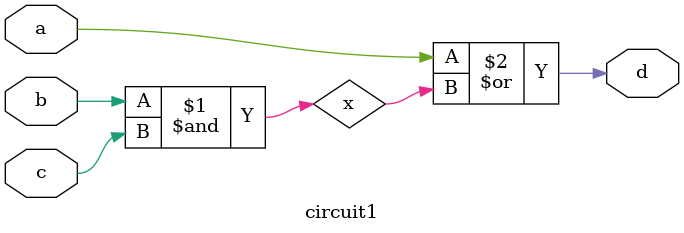
<source format=v>
module circuit1(a,b,c,d);
    output d;
    input a,b,c;
    wire x;
    and G1(x,b,c);
    or G2(d,a,x);
endmodule

</source>
